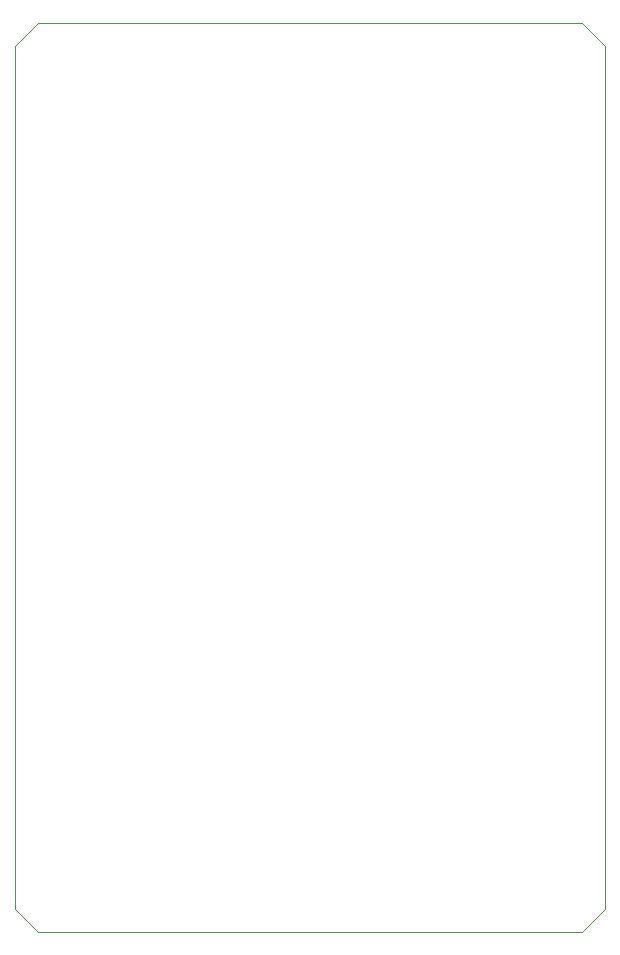
<source format=gko>
%FSLAX46Y46*%
%MOMM*%
%ADD10C,0.010000*%
G01*
%LPD*%
G01*
%LPD*%
D10*
X-6250000Y-34000000D02*
X-8250000Y-32000000D01*
D10*
X-8250000Y-32000000D02*
X-8250000Y41000000D01*
D10*
X-8250000Y41000000D02*
X-6250000Y43000000D01*
D10*
X-6250000Y43000000D02*
X39750000Y43000000D01*
D10*
X39750000Y43000000D02*
X41750000Y41000000D01*
D10*
X41750000Y41000000D02*
X41750000Y-32000000D01*
D10*
X41750000Y-32000000D02*
X39750000Y-34000000D01*
D10*
X39750000Y-34000000D02*
X-6250000Y-34000000D01*
G75*
M02*

</source>
